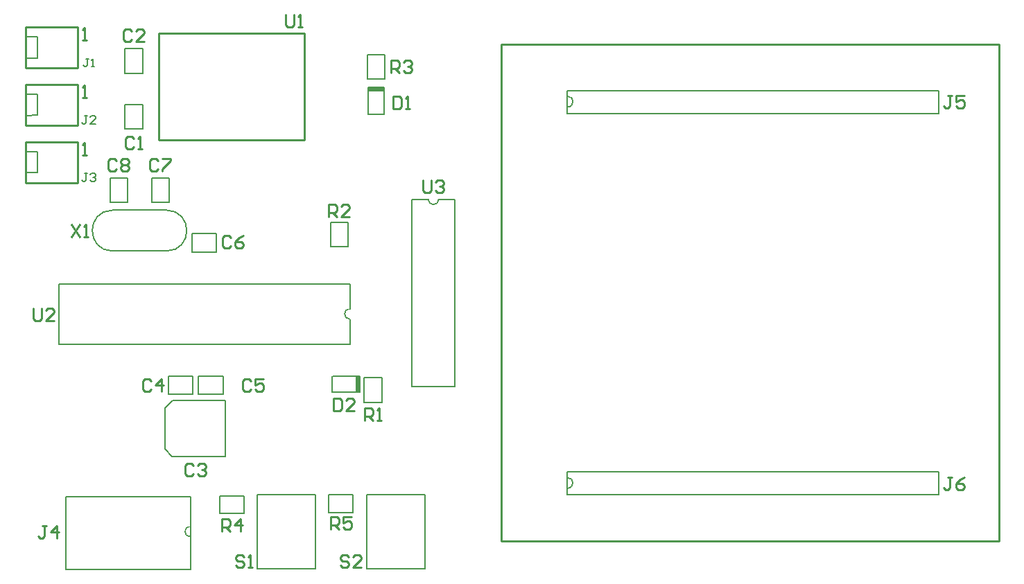
<source format=gto>
G04*
G04 #@! TF.GenerationSoftware,Altium Limited,Altium Designer,24.5.2 (23)*
G04*
G04 Layer_Color=65535*
%FSLAX44Y44*%
%MOMM*%
G71*
G04*
G04 #@! TF.SameCoordinates,1EBED2E9-880A-465B-A16B-BDCA1ABA21D8*
G04*
G04*
G04 #@! TF.FilePolarity,Positive*
G04*
G01*
G75*
%ADD10C,0.2000*%
%ADD11C,0.2540*%
%ADD12R,1.8800X0.4300*%
%ADD13R,0.4300X1.8800*%
D10*
X513650Y470050D02*
G03*
X526350Y470050I6350J0D01*
G01*
X417800Y336350D02*
G03*
X417800Y323650I0J-6350D01*
G01*
X683793Y582804D02*
G03*
X683793Y596004I0J6600D01*
G01*
X223046Y70499D02*
G03*
X223046Y57649I0J-6425D01*
G01*
X128300Y456806D02*
G03*
X128300Y406806I0J-25000D01*
G01*
X193700D02*
G03*
X193700Y456806I0J25000D01*
G01*
X683566Y116834D02*
G03*
X683566Y130034I0J6600D01*
G01*
X493850Y470050D02*
X513650D01*
X526350D02*
X546150D01*
Y241450D02*
Y470050D01*
X493850Y241450D02*
X546150D01*
X493850D02*
Y470050D01*
X142857Y624000D02*
X165174D01*
X142750Y624107D02*
X142857Y624000D01*
X142750Y624107D02*
Y654000D01*
X165187D01*
X165250Y624076D02*
Y653937D01*
X165187Y654000D02*
X165250Y653937D01*
X165174Y624000D02*
X165250Y624076D01*
X142826Y586000D02*
X165143D01*
X165250Y585893D01*
Y556000D02*
Y585893D01*
X142813Y556000D02*
X165250D01*
X142750Y556063D02*
Y585924D01*
Y556063D02*
X142813Y556000D01*
X142750Y585924D02*
X142826Y586000D01*
X415750Y412000D02*
Y442000D01*
X394250D02*
X415750D01*
X394250Y412000D02*
X415750D01*
X394250D02*
Y442000D01*
X62200Y366800D02*
X417800D01*
X62200Y293200D02*
Y366800D01*
X417800Y336350D02*
Y366800D01*
X62200Y293200D02*
X417799D01*
X417800Y293201D01*
Y323650D01*
X683327Y574973D02*
Y602970D01*
Y574970D02*
X1137127Y574970D01*
Y574973D02*
Y602970D01*
X683327D02*
X1137127D01*
X192052Y214963D02*
X201088Y224000D01*
X192052Y164836D02*
Y214963D01*
Y164836D02*
X200888Y156000D01*
X265977D01*
X201088Y224000D02*
X265977D01*
Y156000D02*
Y224000D01*
X304500Y18500D02*
X375500D01*
Y109500D01*
X304500Y18500D02*
Y109442D01*
X304558Y109500D01*
X375500D01*
X438500Y18500D02*
X509500D01*
Y109500D01*
X438500Y18500D02*
Y109442D01*
X438558Y109500D01*
X509500D01*
X440250Y573500D02*
X459750D01*
X440250Y602500D02*
X459673D01*
X459750Y602423D01*
X440250Y602700D02*
X459673D01*
X440250Y573700D02*
Y607000D01*
X459750D01*
Y573700D02*
Y607000D01*
X396500Y234250D02*
Y253750D01*
X425500Y234327D02*
Y253750D01*
X425423Y234250D02*
X425500Y234327D01*
X425700Y234327D02*
Y253750D01*
X396700D02*
X430000D01*
Y234250D02*
Y253750D01*
X396700Y234250D02*
X430000D01*
X262924Y254250D02*
X263000Y254174D01*
X233000Y254187D02*
X233063Y254250D01*
X262924D01*
X233000Y231750D02*
Y254187D01*
Y231750D02*
X262893D01*
X263000Y231857D01*
Y254174D01*
X225000Y405826D02*
X225076Y405750D01*
X254937D02*
X255000Y405813D01*
X225076Y405750D02*
X254937D01*
X255000Y405813D02*
Y428250D01*
X225107D02*
X255000D01*
X225000Y428143D02*
X225107Y428250D01*
X225000Y405826D02*
Y428143D01*
X70850Y106955D02*
X223060D01*
X70850Y17886D02*
Y106955D01*
Y17886D02*
X223029D01*
X223060Y106955D02*
X223087Y106928D01*
Y17942D02*
Y106928D01*
X435250Y222000D02*
Y252000D01*
Y222000D02*
X456750D01*
X435250Y252000D02*
X456750D01*
Y222000D02*
Y252000D01*
X460750Y617000D02*
Y647000D01*
X439250D02*
X460750D01*
X439250Y617000D02*
X460750D01*
X439250D02*
Y647000D01*
X128603Y456806D02*
X193594D01*
X128725Y406824D02*
X193501Y406804D01*
X175650Y495750D02*
X197150D01*
Y466250D02*
Y495750D01*
X175650Y466250D02*
X197150D01*
X175650D02*
Y495750D01*
X124850D02*
X146350D01*
Y466250D02*
Y495750D01*
X124850Y466250D02*
X146350D01*
X124850D02*
Y495750D01*
X196000Y231826D02*
X196076Y231750D01*
X225937D02*
X226000Y231813D01*
X196076Y231750D02*
X225937D01*
X226000Y231813D02*
Y254250D01*
X196107D02*
X226000D01*
X196000Y254143D02*
X196107Y254250D01*
X196000Y231826D02*
Y254143D01*
X259000Y86250D02*
X289000D01*
Y107750D01*
X259000Y86250D02*
Y107750D01*
X289000D01*
X392000Y87250D02*
X422000D01*
Y108750D01*
X392000Y87250D02*
Y108750D01*
X422000D01*
X21700Y668600D02*
X36700Y668459D01*
X21700Y642600D02*
X36700Y642741D01*
Y668459D01*
X21700Y598600D02*
X36700Y598459D01*
X21700Y572600D02*
X36700Y572741D01*
Y598459D01*
X21700Y528600D02*
X36700Y528459D01*
X21700Y502600D02*
X36700Y502741D01*
Y528459D01*
X683100Y109004D02*
Y137000D01*
Y109000D02*
X1136900Y109000D01*
Y109004D02*
Y137000D01*
X683100D02*
X1136900D01*
X97334Y501998D02*
X94002D01*
X95668D01*
Y493668D01*
X94002Y492002D01*
X92336D01*
X90669Y493668D01*
X100666Y500332D02*
X102332Y501998D01*
X105665D01*
X107331Y500332D01*
Y498666D01*
X105665Y497000D01*
X103998D01*
X105665D01*
X107331Y495334D01*
Y493668D01*
X105665Y492002D01*
X102332D01*
X100666Y493668D01*
X97334Y571998D02*
X94002D01*
X95668D01*
Y563668D01*
X94002Y562002D01*
X92336D01*
X90669Y563668D01*
X107331Y562002D02*
X100666D01*
X107331Y568666D01*
Y570332D01*
X105665Y571998D01*
X102332D01*
X100666Y570332D01*
X99000Y641998D02*
X95668D01*
X97334D01*
Y633668D01*
X95668Y632002D01*
X94002D01*
X92336Y633668D01*
X102332Y632002D02*
X105665D01*
X103998D01*
Y641998D01*
X102332Y640332D01*
D11*
X603000Y52000D02*
X1210500D01*
X603000Y659500D02*
X1210500D01*
Y52000D02*
Y659500D01*
X603000Y52000D02*
Y659500D01*
X21700Y630400D02*
Y680270D01*
Y630400D02*
X21770Y630330D01*
X21700Y680270D02*
X85300D01*
X21770Y630330D02*
X85300D01*
Y680270D01*
X21700Y560400D02*
Y610270D01*
Y560400D02*
X21770Y560330D01*
X21700Y610270D02*
X85300D01*
X21770Y560330D02*
X85300D01*
Y610270D01*
X21700Y490400D02*
Y540270D01*
Y490400D02*
X21770Y490330D01*
X21700Y540270D02*
X85300D01*
X21770Y490330D02*
X85300D01*
Y540270D01*
X362416Y542745D02*
Y673285D01*
X184876D02*
X362416D01*
X184876Y542745D02*
Y673285D01*
Y542745D02*
X362416D01*
X507304Y493618D02*
Y480922D01*
X509843Y478382D01*
X514922D01*
X517461Y480922D01*
Y493618D01*
X522539Y491078D02*
X525078Y493618D01*
X530157D01*
X532696Y491078D01*
Y488539D01*
X530157Y486000D01*
X527617D01*
X530157D01*
X532696Y483461D01*
Y480922D01*
X530157Y478382D01*
X525078D01*
X522539Y480922D01*
X91240Y664140D02*
X96318D01*
X93779D01*
Y679375D01*
X91240Y676836D01*
X91240Y594140D02*
X96318D01*
X93779D01*
Y609375D01*
X91240Y606836D01*
Y524140D02*
X96318D01*
X93779D01*
Y539375D01*
X91240Y536836D01*
X31304Y336618D02*
Y323922D01*
X33843Y321382D01*
X38922D01*
X41461Y323922D01*
Y336618D01*
X56696Y321382D02*
X46539D01*
X56696Y331539D01*
Y334078D01*
X54157Y336618D01*
X49078D01*
X46539Y334078D01*
X1153461Y130618D02*
X1148382D01*
X1150922D01*
Y117922D01*
X1148382Y115382D01*
X1145843D01*
X1143304Y117922D01*
X1168696Y130618D02*
X1163617Y128078D01*
X1158539Y123000D01*
Y117922D01*
X1161078Y115382D01*
X1166157D01*
X1168696Y117922D01*
Y120461D01*
X1166157Y123000D01*
X1158539D01*
X77843Y439618D02*
X88000Y424383D01*
Y439618D02*
X77843Y424383D01*
X93078D02*
X98157D01*
X95618D01*
Y439618D01*
X93078Y437078D01*
X339843Y695618D02*
Y682922D01*
X342383Y680383D01*
X347461D01*
X350000Y682922D01*
Y695618D01*
X355078Y680383D02*
X360157D01*
X357617D01*
Y695618D01*
X355078Y693078D01*
X416461Y33078D02*
X413922Y35617D01*
X408843D01*
X406304Y33078D01*
Y30539D01*
X408843Y28000D01*
X413922D01*
X416461Y25461D01*
Y22922D01*
X413922Y20382D01*
X408843D01*
X406304Y22922D01*
X431696Y20382D02*
X421539D01*
X431696Y30539D01*
Y33078D01*
X429157Y35617D01*
X424078D01*
X421539Y33078D01*
X289000D02*
X286461Y35617D01*
X281383D01*
X278843Y33078D01*
Y30539D01*
X281383Y28000D01*
X286461D01*
X289000Y25461D01*
Y22922D01*
X286461Y20382D01*
X281383D01*
X278843Y22922D01*
X294078Y20382D02*
X299157D01*
X296618D01*
Y35617D01*
X294078Y33078D01*
X394304Y66382D02*
Y81617D01*
X401922D01*
X404461Y79078D01*
Y74000D01*
X401922Y71461D01*
X394304D01*
X399383D02*
X404461Y66382D01*
X419696Y81617D02*
X409539D01*
Y74000D01*
X414618Y76539D01*
X417157D01*
X419696Y74000D01*
Y68922D01*
X417157Y66382D01*
X412078D01*
X409539Y68922D01*
X261304Y64382D02*
Y79618D01*
X268922D01*
X271461Y77078D01*
Y72000D01*
X268922Y69461D01*
X261304D01*
X266383D02*
X271461Y64382D01*
X284157D02*
Y79618D01*
X276539Y72000D01*
X286696D01*
X468304Y624383D02*
Y639618D01*
X475922D01*
X478461Y637078D01*
Y632000D01*
X475922Y629461D01*
X468304D01*
X473382D02*
X478461Y624383D01*
X483539Y637078D02*
X486078Y639618D01*
X491157D01*
X493696Y637078D01*
Y634539D01*
X491157Y632000D01*
X488618D01*
X491157D01*
X493696Y629461D01*
Y626922D01*
X491157Y624383D01*
X486078D01*
X483539Y626922D01*
X392304Y448382D02*
Y463618D01*
X399922D01*
X402461Y461078D01*
Y456000D01*
X399922Y453461D01*
X392304D01*
X397383D02*
X402461Y448382D01*
X417696D02*
X407539D01*
X417696Y458539D01*
Y461078D01*
X415157Y463618D01*
X410078D01*
X407539Y461078D01*
X435843Y199382D02*
Y214618D01*
X443461D01*
X446000Y212078D01*
Y207000D01*
X443461Y204461D01*
X435843D01*
X440922D02*
X446000Y199382D01*
X451078D02*
X456157D01*
X453618D01*
Y214618D01*
X451078Y212078D01*
X1153461Y596587D02*
X1148382D01*
X1150922D01*
Y583892D01*
X1148382Y581353D01*
X1145843D01*
X1143304Y583892D01*
X1168696Y596587D02*
X1158539D01*
Y588970D01*
X1163618Y591509D01*
X1166157D01*
X1168696Y588970D01*
Y583892D01*
X1166157Y581353D01*
X1161078D01*
X1158539Y583892D01*
X47461Y70617D02*
X42382D01*
X44922D01*
Y57922D01*
X42382Y55382D01*
X39843D01*
X37304Y57922D01*
X60157Y55382D02*
Y70617D01*
X52539Y63000D01*
X62696D01*
X398304Y226618D02*
Y211383D01*
X405922D01*
X408461Y213922D01*
Y224078D01*
X405922Y226618D01*
X398304D01*
X423696Y211383D02*
X413539D01*
X423696Y221539D01*
Y224078D01*
X421157Y226618D01*
X416078D01*
X413539Y224078D01*
X470843Y595617D02*
Y580382D01*
X478461D01*
X481000Y582922D01*
Y593078D01*
X478461Y595617D01*
X470843D01*
X486078Y580382D02*
X491157D01*
X488618D01*
Y595617D01*
X486078Y593078D01*
X133061Y517150D02*
X130522Y519689D01*
X125443D01*
X122904Y517150D01*
Y506993D01*
X125443Y504454D01*
X130522D01*
X133061Y506993D01*
X138139Y517150D02*
X140678Y519689D01*
X145757D01*
X148296Y517150D01*
Y514611D01*
X145757Y512071D01*
X148296Y509532D01*
Y506993D01*
X145757Y504454D01*
X140678D01*
X138139Y506993D01*
Y509532D01*
X140678Y512071D01*
X138139Y514611D01*
Y517150D01*
X140678Y512071D02*
X145757D01*
X183861Y517150D02*
X181322Y519689D01*
X176243D01*
X173704Y517150D01*
Y506993D01*
X176243Y504454D01*
X181322D01*
X183861Y506993D01*
X188939Y519689D02*
X199096D01*
Y517150D01*
X188939Y506993D01*
Y504454D01*
X272461Y423078D02*
X269922Y425617D01*
X264843D01*
X262304Y423078D01*
Y412922D01*
X264843Y410382D01*
X269922D01*
X272461Y412922D01*
X287696Y425617D02*
X282617Y423078D01*
X277539Y418000D01*
Y412922D01*
X280078Y410382D01*
X285157D01*
X287696Y412922D01*
Y415461D01*
X285157Y418000D01*
X277539D01*
X297461Y248078D02*
X294922Y250618D01*
X289843D01*
X287304Y248078D01*
Y237922D01*
X289843Y235382D01*
X294922D01*
X297461Y237922D01*
X312696Y250618D02*
X302539D01*
Y243000D01*
X307617Y245539D01*
X310157D01*
X312696Y243000D01*
Y237922D01*
X310157Y235382D01*
X305078D01*
X302539Y237922D01*
X175461Y248078D02*
X172922Y250618D01*
X167843D01*
X165304Y248078D01*
Y237922D01*
X167843Y235382D01*
X172922D01*
X175461Y237922D01*
X188157Y235382D02*
Y250618D01*
X180539Y243000D01*
X190696D01*
X226461Y145078D02*
X223922Y147618D01*
X218843D01*
X216304Y145078D01*
Y134922D01*
X218843Y132382D01*
X223922D01*
X226461Y134922D01*
X231539Y145078D02*
X234078Y147618D01*
X239157D01*
X241696Y145078D01*
Y142539D01*
X239157Y140000D01*
X236618D01*
X239157D01*
X241696Y137461D01*
Y134922D01*
X239157Y132382D01*
X234078D01*
X231539Y134922D01*
X151461Y675392D02*
X148922Y677931D01*
X143843D01*
X141304Y675392D01*
Y665235D01*
X143843Y662696D01*
X148922D01*
X151461Y665235D01*
X166696Y662696D02*
X156539D01*
X166696Y672853D01*
Y675392D01*
X164157Y677931D01*
X159078D01*
X156539Y675392D01*
X154000Y544078D02*
X151461Y546618D01*
X146383D01*
X143843Y544078D01*
Y533922D01*
X146383Y531382D01*
X151461D01*
X154000Y533922D01*
X159078Y531382D02*
X164157D01*
X161618D01*
Y546618D01*
X159078Y544078D01*
D12*
X450000Y604950D02*
D03*
D13*
X427950Y244000D02*
D03*
M02*

</source>
